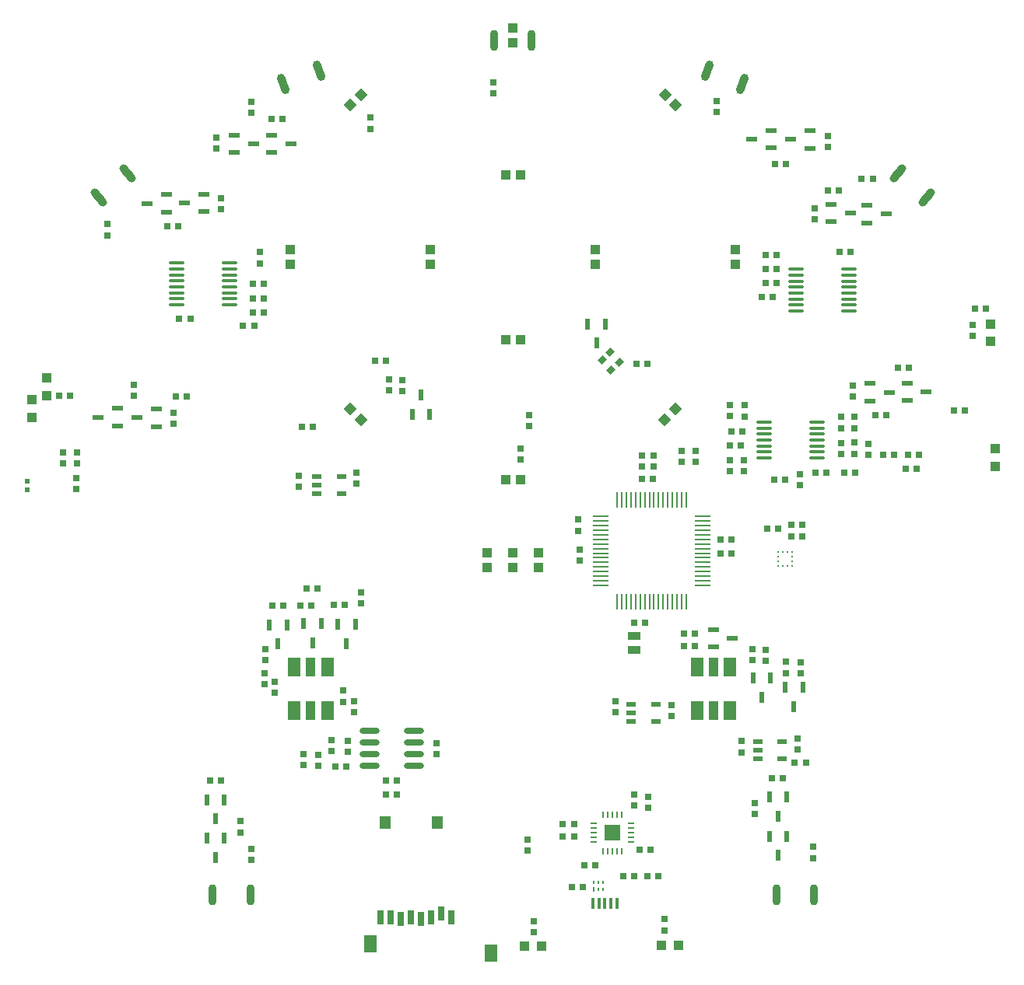
<source format=gtp>
G04*
G04 #@! TF.GenerationSoftware,Altium Limited,Altium Designer,18.1.9 (240)*
G04*
G04 Layer_Color=8421504*
%FSLAX44Y44*%
%MOMM*%
G71*
G01*
G75*
%ADD18R,0.7000X0.8000*%
%ADD19R,0.8000X0.7000*%
%ADD20R,1.3700X0.9300*%
%ADD21O,2.2000X0.6000*%
%ADD22R,0.2600X0.4500*%
%ADD23R,0.2600X0.4800*%
%ADD24O,0.7800X0.2300*%
%ADD25O,0.2300X0.7800*%
%ADD26R,1.8000X1.8000*%
%ADD27R,1.0500X0.6000*%
%ADD28O,1.7000X0.3500*%
%ADD29R,0.2750X0.2500*%
%ADD30R,0.2500X0.2750*%
%ADD31R,0.6000X0.6000*%
%ADD32R,0.6000X1.3000*%
%ADD33R,0.4500X1.3000*%
%ADD34R,1.0000X1.0000*%
%ADD35O,0.9000X2.3000*%
%ADD36O,1.7000X0.2000*%
%ADD37O,0.2000X1.7000*%
%ADD38R,1.4000X1.9000*%
%ADD39R,0.8000X1.5000*%
%ADD40R,1.3000X1.4000*%
%ADD41R,1.0000X1.0000*%
%ADD42R,1.4000X2.0000*%
%ADD43R,1.0000X2.0000*%
%ADD44R,1.3000X0.6000*%
G04:AMPARAMS|DCode=45|XSize=0.7mm|YSize=0.8mm|CornerRadius=0mm|HoleSize=0mm|Usage=FLASHONLY|Rotation=135.000|XOffset=0mm|YOffset=0mm|HoleType=Round|Shape=Rectangle|*
%AMROTATEDRECTD45*
4,1,4,0.5303,0.0354,-0.0354,-0.5303,-0.5303,-0.0354,0.0354,0.5303,0.5303,0.0354,0.0*
%
%ADD45ROTATEDRECTD45*%

G04:AMPARAMS|DCode=46|XSize=0.9mm|YSize=2.3mm|CornerRadius=0mm|HoleSize=0mm|Usage=FLASHONLY|Rotation=220.000|XOffset=0mm|YOffset=0mm|HoleType=Round|Shape=Round|*
%AMOVALD46*
21,1,1.4000,0.9000,0.0000,0.0000,310.0*
1,1,0.9000,-0.4500,0.5362*
1,1,0.9000,0.4500,-0.5362*
%
%ADD46OVALD46*%

G04:AMPARAMS|DCode=47|XSize=0.9mm|YSize=2.3mm|CornerRadius=0mm|HoleSize=0mm|Usage=FLASHONLY|Rotation=200.000|XOffset=0mm|YOffset=0mm|HoleType=Round|Shape=Round|*
%AMOVALD47*
21,1,1.4000,0.9000,0.0000,0.0000,290.0*
1,1,0.9000,-0.2394,0.6578*
1,1,0.9000,0.2394,-0.6578*
%
%ADD47OVALD47*%

G04:AMPARAMS|DCode=48|XSize=0.9mm|YSize=2.3mm|CornerRadius=0mm|HoleSize=0mm|Usage=FLASHONLY|Rotation=160.000|XOffset=0mm|YOffset=0mm|HoleType=Round|Shape=Round|*
%AMOVALD48*
21,1,1.4000,0.9000,0.0000,0.0000,250.0*
1,1,0.9000,0.2394,0.6578*
1,1,0.9000,-0.2394,-0.6578*
%
%ADD48OVALD48*%

G04:AMPARAMS|DCode=49|XSize=0.9mm|YSize=2.3mm|CornerRadius=0mm|HoleSize=0mm|Usage=FLASHONLY|Rotation=140.000|XOffset=0mm|YOffset=0mm|HoleType=Round|Shape=Round|*
%AMOVALD49*
21,1,1.4000,0.9000,0.0000,0.0000,230.0*
1,1,0.9000,0.4500,0.5362*
1,1,0.9000,-0.4500,-0.5362*
%
%ADD49OVALD49*%

%ADD50P,1.4142X4X270.0*%
%ADD51P,1.4142X4X360.0*%
D18*
X729500Y547250D02*
D03*
Y535250D02*
D03*
X741000Y537750D02*
D03*
Y525750D02*
D03*
X815250Y528000D02*
D03*
Y516000D02*
D03*
X826913Y504750D02*
D03*
Y516750D02*
D03*
X1022750Y265034D02*
D03*
Y277034D02*
D03*
X1297500Y547250D02*
D03*
Y559250D02*
D03*
X1260500Y561000D02*
D03*
Y573000D02*
D03*
X1236000Y779000D02*
D03*
Y767000D02*
D03*
X1312000Y764000D02*
D03*
Y752000D02*
D03*
X1251000Y779000D02*
D03*
Y767000D02*
D03*
X1328000Y1053000D02*
D03*
Y1041000D02*
D03*
X1342750Y1120000D02*
D03*
Y1132000D02*
D03*
X677750Y1130500D02*
D03*
Y1118500D02*
D03*
X682500Y1052250D02*
D03*
Y1064250D02*
D03*
X1236250Y827000D02*
D03*
Y839000D02*
D03*
X1252000Y826750D02*
D03*
Y838750D02*
D03*
X1017500Y828250D02*
D03*
Y816250D02*
D03*
X1370000Y860000D02*
D03*
Y848000D02*
D03*
X1313250Y547016D02*
D03*
Y559016D02*
D03*
X1274750Y560500D02*
D03*
Y572500D02*
D03*
X588000Y861250D02*
D03*
Y849250D02*
D03*
X1147000Y400250D02*
D03*
Y412250D02*
D03*
X526000Y775500D02*
D03*
Y787500D02*
D03*
X630750Y819000D02*
D03*
Y831000D02*
D03*
X772000Y459000D02*
D03*
Y447000D02*
D03*
X1387000Y797000D02*
D03*
Y785000D02*
D03*
X1357000Y785750D02*
D03*
Y797750D02*
D03*
X1357000Y826000D02*
D03*
Y814000D02*
D03*
X879750Y866500D02*
D03*
Y854500D02*
D03*
X1132000Y403000D02*
D03*
Y415000D02*
D03*
X1165000Y279000D02*
D03*
Y267000D02*
D03*
X1184000Y789250D02*
D03*
Y777250D02*
D03*
X1199000Y789250D02*
D03*
Y777250D02*
D03*
X525000Y747500D02*
D03*
Y759500D02*
D03*
X1140114Y772000D02*
D03*
Y784000D02*
D03*
X834750Y623250D02*
D03*
Y635250D02*
D03*
X731000Y573000D02*
D03*
Y561000D02*
D03*
X845250Y1152000D02*
D03*
Y1140000D02*
D03*
X724750Y993500D02*
D03*
Y1005500D02*
D03*
X1008500Y779750D02*
D03*
Y791750D02*
D03*
X1500000Y926000D02*
D03*
Y914000D02*
D03*
X1263500Y393500D02*
D03*
Y405500D02*
D03*
X703750Y373750D02*
D03*
Y385750D02*
D03*
X1372000Y786000D02*
D03*
Y798000D02*
D03*
X1372000Y826000D02*
D03*
Y814000D02*
D03*
X510750Y787250D02*
D03*
Y775250D02*
D03*
X917000Y470750D02*
D03*
Y458750D02*
D03*
X820000Y473500D02*
D03*
Y461500D02*
D03*
X803000Y462000D02*
D03*
Y474000D02*
D03*
X788000Y446000D02*
D03*
Y458000D02*
D03*
X865000Y854750D02*
D03*
Y866750D02*
D03*
X1309750Y463750D02*
D03*
Y475750D02*
D03*
X1249000Y461000D02*
D03*
Y473000D02*
D03*
X1173000Y500000D02*
D03*
Y512000D02*
D03*
X1111750Y504250D02*
D03*
Y516250D02*
D03*
X1015750Y366000D02*
D03*
Y354000D02*
D03*
X1073000Y681500D02*
D03*
Y669500D02*
D03*
X1071000Y702250D02*
D03*
Y714250D02*
D03*
X1153250Y772000D02*
D03*
Y784000D02*
D03*
X830000Y753250D02*
D03*
Y765250D02*
D03*
X767250Y750250D02*
D03*
Y762250D02*
D03*
X715500Y355750D02*
D03*
Y343750D02*
D03*
X1326500Y357750D02*
D03*
Y345750D02*
D03*
X715500Y1157500D02*
D03*
Y1169500D02*
D03*
X1221750Y1158000D02*
D03*
Y1170000D02*
D03*
X559000Y1024000D02*
D03*
Y1036000D02*
D03*
X979000Y1178500D02*
D03*
Y1190500D02*
D03*
D19*
X1306750Y450000D02*
D03*
X1318750D02*
D03*
X1303000Y695754D02*
D03*
X1315000D02*
D03*
X1186000Y589750D02*
D03*
X1198000D02*
D03*
X1406500Y828000D02*
D03*
X1394500D02*
D03*
X633003Y848003D02*
D03*
X645003D02*
D03*
X1198000Y576750D02*
D03*
X1186000D02*
D03*
X817250Y621500D02*
D03*
X805250D02*
D03*
X738000Y620500D02*
D03*
X750000D02*
D03*
X781000Y620500D02*
D03*
X769000D02*
D03*
X1293750Y432750D02*
D03*
X1281750D02*
D03*
X682500Y430250D02*
D03*
X670500D02*
D03*
X1360250Y765500D02*
D03*
X1372250D02*
D03*
X1248000Y795000D02*
D03*
X1236000D02*
D03*
X1341000Y765500D02*
D03*
X1329000D02*
D03*
X1249500Y810250D02*
D03*
X1237500D02*
D03*
X1503000Y944000D02*
D03*
X1515000D02*
D03*
X1146500Y326000D02*
D03*
X1158500D02*
D03*
X1120000Y326250D02*
D03*
X1132000D02*
D03*
X1089750Y338250D02*
D03*
X1077750D02*
D03*
X506250Y849500D02*
D03*
X518250D02*
D03*
X818500Y445750D02*
D03*
X806500D02*
D03*
X874000Y430000D02*
D03*
X862000D02*
D03*
X1415000Y785000D02*
D03*
X1403000D02*
D03*
X1427500Y769500D02*
D03*
X1439500D02*
D03*
X1146250Y883750D02*
D03*
X1134250D02*
D03*
X849750Y887250D02*
D03*
X861750D02*
D03*
X1066500Y382500D02*
D03*
X1054500D02*
D03*
X1066500Y369500D02*
D03*
X1054500D02*
D03*
X787250Y639000D02*
D03*
X775250D02*
D03*
X782250Y815250D02*
D03*
X770250D02*
D03*
X1271000Y957000D02*
D03*
X1283000D02*
D03*
X1275000Y972000D02*
D03*
X1287000D02*
D03*
X1275000Y987000D02*
D03*
X1287000D02*
D03*
X1275250Y1002250D02*
D03*
X1287250D02*
D03*
X1431000Y880000D02*
D03*
X1419000D02*
D03*
X729000Y971000D02*
D03*
X717000D02*
D03*
X729000Y955000D02*
D03*
X717000D02*
D03*
X729000Y940000D02*
D03*
X717000D02*
D03*
X718500Y925000D02*
D03*
X706500D02*
D03*
X636250Y1033500D02*
D03*
X624250D02*
D03*
X1355000Y1073000D02*
D03*
X1343000D02*
D03*
X1297000Y1101250D02*
D03*
X1285000D02*
D03*
X749500Y1150500D02*
D03*
X737500D02*
D03*
X1284000Y758000D02*
D03*
X1296000D02*
D03*
X1492000Y833500D02*
D03*
X1480000D02*
D03*
X874000Y415000D02*
D03*
X862000D02*
D03*
X1430000Y785000D02*
D03*
X1442000D02*
D03*
X1063851Y314000D02*
D03*
X1075851D02*
D03*
X1150000Y355000D02*
D03*
X1138000D02*
D03*
X1152500Y759000D02*
D03*
X1140500D02*
D03*
X1237761Y692250D02*
D03*
X1225761D02*
D03*
X1143750Y602250D02*
D03*
X1131750D02*
D03*
X1237761Y677750D02*
D03*
X1225761D02*
D03*
X1355250Y1005500D02*
D03*
X1367250D02*
D03*
X637000Y933000D02*
D03*
X649000D02*
D03*
X1379500Y1085500D02*
D03*
X1391500D02*
D03*
X1276744Y704312D02*
D03*
X1288744D02*
D03*
X1315265Y709000D02*
D03*
X1303265D02*
D03*
D20*
X1132000Y587850D02*
D03*
Y572150D02*
D03*
D21*
X892000Y446200D02*
D03*
Y458900D02*
D03*
Y471600D02*
D03*
Y484300D02*
D03*
X844000Y446200D02*
D03*
Y458900D02*
D03*
Y471600D02*
D03*
Y484300D02*
D03*
D22*
X1088383Y319213D02*
D03*
X1093383D02*
D03*
X1098383D02*
D03*
Y311713D02*
D03*
X1093383D02*
D03*
D23*
X1088383D02*
D03*
D24*
X1128250Y363250D02*
D03*
Y368250D02*
D03*
Y373250D02*
D03*
Y378250D02*
D03*
Y383250D02*
D03*
X1088250D02*
D03*
Y378250D02*
D03*
Y373250D02*
D03*
Y368250D02*
D03*
Y363250D02*
D03*
D25*
X1118250Y393250D02*
D03*
X1113250D02*
D03*
X1108250D02*
D03*
X1103250D02*
D03*
X1098250D02*
D03*
Y353250D02*
D03*
X1103250D02*
D03*
X1108250D02*
D03*
X1113250D02*
D03*
X1118250D02*
D03*
D26*
X1108250Y373250D02*
D03*
D27*
X786250Y761500D02*
D03*
Y752000D02*
D03*
Y742500D02*
D03*
X813250D02*
D03*
Y761500D02*
D03*
X1156000Y513500D02*
D03*
Y494500D02*
D03*
X1129000D02*
D03*
Y504000D02*
D03*
Y513500D02*
D03*
X1293247Y472499D02*
D03*
Y453499D02*
D03*
X1266246D02*
D03*
Y462999D02*
D03*
Y472499D02*
D03*
D28*
X634500Y993836D02*
D03*
Y987336D02*
D03*
Y980836D02*
D03*
Y974336D02*
D03*
Y967836D02*
D03*
Y961336D02*
D03*
Y954836D02*
D03*
Y948336D02*
D03*
X691500Y993836D02*
D03*
Y987336D02*
D03*
Y980836D02*
D03*
Y974336D02*
D03*
Y967836D02*
D03*
Y961336D02*
D03*
Y954836D02*
D03*
Y948336D02*
D03*
X1330750Y781500D02*
D03*
Y788000D02*
D03*
Y794500D02*
D03*
Y801000D02*
D03*
Y807500D02*
D03*
Y814000D02*
D03*
Y820500D02*
D03*
X1273750Y781500D02*
D03*
Y788000D02*
D03*
Y794500D02*
D03*
Y801000D02*
D03*
Y807500D02*
D03*
Y814000D02*
D03*
Y820500D02*
D03*
X1308250Y987066D02*
D03*
Y980565D02*
D03*
Y974065D02*
D03*
Y967566D02*
D03*
Y961065D02*
D03*
Y954565D02*
D03*
Y948065D02*
D03*
Y941566D02*
D03*
X1365250Y987066D02*
D03*
Y980565D02*
D03*
Y974065D02*
D03*
Y967566D02*
D03*
Y961065D02*
D03*
Y954565D02*
D03*
Y948065D02*
D03*
Y941566D02*
D03*
D29*
X1288875Y669249D02*
D03*
Y674249D02*
D03*
X1304125D02*
D03*
Y669249D02*
D03*
D30*
X1289000Y679375D02*
D03*
X1294000D02*
D03*
X1299000D02*
D03*
X1304000D02*
D03*
Y664125D02*
D03*
X1299000D02*
D03*
X1294000D02*
D03*
X1289000D02*
D03*
D31*
X471500Y746500D02*
D03*
Y756500D02*
D03*
D32*
X890500Y829000D02*
D03*
X909500D02*
D03*
X900000Y850000D02*
D03*
X1315465Y531500D02*
D03*
X1296464D02*
D03*
X1305964Y510500D02*
D03*
X1280250Y541750D02*
D03*
X1261250D02*
D03*
X1270750Y520750D02*
D03*
X1288500Y348500D02*
D03*
X1279000Y369500D02*
D03*
X1298000D02*
D03*
X1288500Y391500D02*
D03*
X1279000Y412500D02*
D03*
X1298000D02*
D03*
X676500Y346250D02*
D03*
X667000Y367250D02*
D03*
X686000D02*
D03*
X676500Y388250D02*
D03*
X667000Y409250D02*
D03*
X686000D02*
D03*
X819000Y579250D02*
D03*
X809500Y600250D02*
D03*
X828500D02*
D03*
X782000Y580000D02*
D03*
X772500Y601000D02*
D03*
X791500D02*
D03*
X744500Y578750D02*
D03*
X735000Y599750D02*
D03*
X754000D02*
D03*
X1091000Y906500D02*
D03*
X1081500Y927500D02*
D03*
X1100500D02*
D03*
D33*
X1113000Y296500D02*
D03*
X1106500D02*
D03*
X1100000D02*
D03*
X1093500D02*
D03*
X1087000D02*
D03*
D34*
X1180500Y251000D02*
D03*
X1161500D02*
D03*
X1000000Y662000D02*
D03*
Y678000D02*
D03*
X1031500Y250000D02*
D03*
X1012500D02*
D03*
X972000Y678000D02*
D03*
Y662000D02*
D03*
X1028000Y678000D02*
D03*
Y662000D02*
D03*
X1242000Y992000D02*
D03*
Y1008000D02*
D03*
X1000000Y1250000D02*
D03*
Y1234000D02*
D03*
X1090000Y992000D02*
D03*
Y1008000D02*
D03*
X910000Y992000D02*
D03*
Y1008000D02*
D03*
X758000Y992000D02*
D03*
Y1008000D02*
D03*
D35*
X1286517Y306003D02*
D03*
X1327518D02*
D03*
X714287Y306003D02*
D03*
X673287D02*
D03*
X1020500Y1236500D02*
D03*
X979500D02*
D03*
D36*
X1206500Y717750D02*
D03*
Y712750D02*
D03*
Y707750D02*
D03*
Y702750D02*
D03*
Y697750D02*
D03*
Y692750D02*
D03*
Y687750D02*
D03*
Y682750D02*
D03*
Y677750D02*
D03*
Y672750D02*
D03*
Y667750D02*
D03*
Y662750D02*
D03*
Y657750D02*
D03*
Y652750D02*
D03*
Y647750D02*
D03*
Y642750D02*
D03*
X1095500D02*
D03*
Y647750D02*
D03*
Y652750D02*
D03*
Y657750D02*
D03*
Y662750D02*
D03*
Y667750D02*
D03*
Y672750D02*
D03*
Y677750D02*
D03*
Y682750D02*
D03*
Y687750D02*
D03*
Y692750D02*
D03*
Y697750D02*
D03*
Y702750D02*
D03*
Y707750D02*
D03*
Y712750D02*
D03*
Y717750D02*
D03*
D37*
X1188500Y624750D02*
D03*
X1183500D02*
D03*
X1178500D02*
D03*
X1173500D02*
D03*
X1168500D02*
D03*
X1163500D02*
D03*
X1158500D02*
D03*
X1153500D02*
D03*
X1148500D02*
D03*
X1143500D02*
D03*
X1138500D02*
D03*
X1133500D02*
D03*
X1128500D02*
D03*
X1123500D02*
D03*
X1118500D02*
D03*
X1113500D02*
D03*
Y735750D02*
D03*
X1118500D02*
D03*
X1123500D02*
D03*
X1128500Y735750D02*
D03*
X1133500D02*
D03*
X1138500Y735750D02*
D03*
X1143500D02*
D03*
X1148500D02*
D03*
X1153500D02*
D03*
X1158500D02*
D03*
X1163500D02*
D03*
X1168500D02*
D03*
X1173500D02*
D03*
X1178500D02*
D03*
X1183500D02*
D03*
X1188500Y735750D02*
D03*
D38*
X976150Y242500D02*
D03*
X844850Y252500D02*
D03*
D39*
X855750Y281000D02*
D03*
X866750D02*
D03*
X877750Y279000D02*
D03*
X888750Y281000D02*
D03*
X899750Y279000D02*
D03*
X910750Y281000D02*
D03*
X921750Y285000D02*
D03*
X932750Y281000D02*
D03*
D40*
X860650Y384000D02*
D03*
X917650Y384500D02*
D03*
D41*
X493000Y868500D02*
D03*
Y849500D02*
D03*
X476500Y844750D02*
D03*
Y825750D02*
D03*
X1008000Y758000D02*
D03*
X992000D02*
D03*
X1008000Y910000D02*
D03*
X992000D02*
D03*
X1008000Y1090000D02*
D03*
X992000D02*
D03*
X1520000Y927500D02*
D03*
Y908500D02*
D03*
X1525000Y772500D02*
D03*
Y791500D02*
D03*
D42*
X1236465Y554000D02*
D03*
X1200465D02*
D03*
Y506000D02*
D03*
X1236465D02*
D03*
X798000Y554000D02*
D03*
X762000D02*
D03*
Y506000D02*
D03*
X798000D02*
D03*
D43*
X1218465Y554000D02*
D03*
Y506000D02*
D03*
X780000Y554000D02*
D03*
Y506000D02*
D03*
D44*
X1428750Y862750D02*
D03*
Y843750D02*
D03*
X1449750Y853250D02*
D03*
X1218000Y594500D02*
D03*
Y575500D02*
D03*
X1239000Y585000D02*
D03*
X1406000Y1047000D02*
D03*
X1385000Y1037500D02*
D03*
Y1056500D02*
D03*
X1367500Y1048000D02*
D03*
X1346500Y1038500D02*
D03*
Y1057500D02*
D03*
X1302500Y1128250D02*
D03*
X1323500Y1137750D02*
D03*
Y1118750D02*
D03*
X1260000Y1128750D02*
D03*
X1281000Y1138250D02*
D03*
Y1119250D02*
D03*
X717750Y1123500D02*
D03*
X696750Y1114000D02*
D03*
Y1133000D02*
D03*
X758750Y1123500D02*
D03*
X737750Y1114000D02*
D03*
Y1133000D02*
D03*
X643000Y1059000D02*
D03*
X664000Y1068500D02*
D03*
Y1049500D02*
D03*
X602250Y1058750D02*
D03*
X623250Y1068250D02*
D03*
Y1049250D02*
D03*
X591250Y825250D02*
D03*
X612250Y834750D02*
D03*
Y815750D02*
D03*
X549000Y825750D02*
D03*
X570000Y835250D02*
D03*
Y816250D02*
D03*
X1409500Y853000D02*
D03*
X1388500Y843500D02*
D03*
Y862500D02*
D03*
D45*
X1115493Y885493D02*
D03*
X1107007Y877007D02*
D03*
X1097257Y888507D02*
D03*
X1105743Y896993D02*
D03*
D46*
X580715Y1091664D02*
D03*
X549307Y1065310D02*
D03*
D47*
X750260Y1188815D02*
D03*
X788788Y1202838D02*
D03*
D48*
X1211212Y1202838D02*
D03*
X1249739Y1188816D02*
D03*
D49*
X1450692Y1065310D02*
D03*
X1419285Y1091665D02*
D03*
D50*
X1176777Y1165463D02*
D03*
X1165463Y1176777D02*
D03*
X834657Y823093D02*
D03*
X823343Y834407D02*
D03*
D51*
X834537Y1176777D02*
D03*
X823223Y1165463D02*
D03*
X1176657Y834407D02*
D03*
X1165343Y823093D02*
D03*
M02*

</source>
